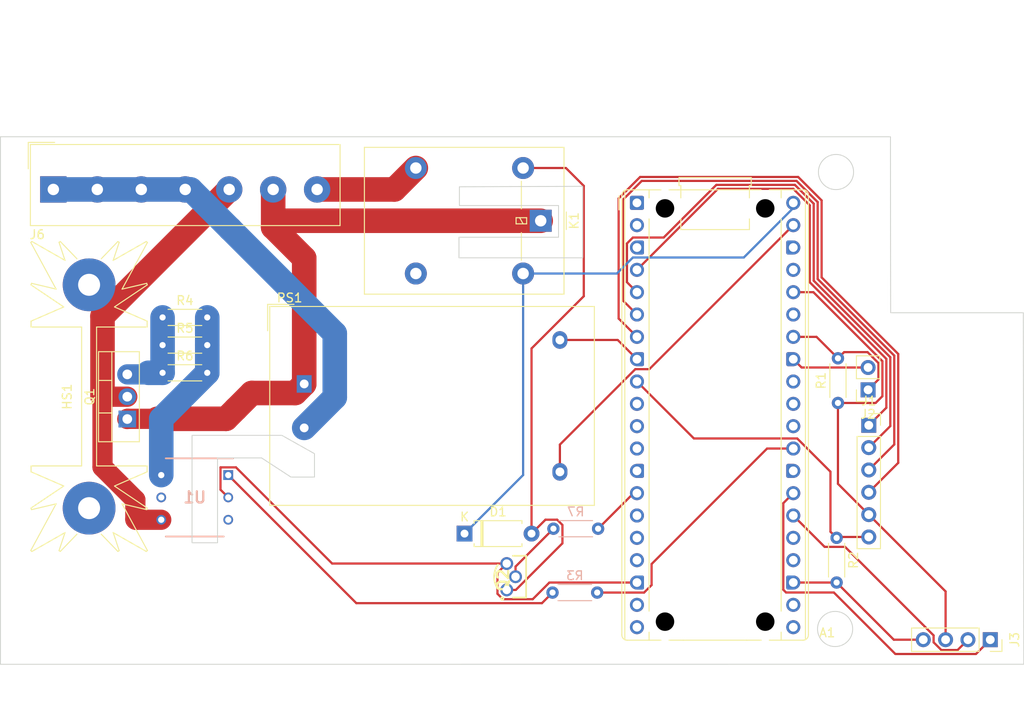
<source format=kicad_pcb>
(kicad_pcb (version 20240108) (generator "pcbnew") (generator_version "8.0")
  (layers (0 "F.Cu" signal) (31 "B.Cu" signal) (34 "B.Paste" user) (35 "F.Paste" user) (36 "B.SilkS" user "B.Silkscreen") (37 "F.SilkS" user "F.Silkscreen") (38 "B.Mask" user) (39 "F.Mask" user) (44 "Edge.Cuts" user))
  (net 0 "")
  (net 1 "+3.3V")
  (net 2 "GND")
  (net 3 "GPIO4")
  (net 4 "GPIO6")
  (net 5 "GPIO2")
  (net 6 "GPIO3")
  (net 7 "GPIO28")
  (net 8 "GNDA")
  (net 9 "GPIO20")
  (net 10 "GPIO21")
  (net 11 "GPIO22")
  (net 13 "GPIO5")
  (net 24 "VBUS")
  (net 33 "GPIO10")
  (net 34 "Net-(D1-A)")
  (net 35 "LINE")
  (net 36 "+5V")
  (net 37 "HEATER")
  (net 39 "NEUT")
  (net 40 "AC DIMMER")
  (net 41 "Net-(Q1-G)")
  (net 42 "Net-(Q2-B)")
  (net 43 "Net-(R3-Pad2)")
  (net 44 "Net-(R4-Pad2)")
  (footprint "Heatsink:Heatsink_Fischer_SK104-STC-STIC_35x13mm_2xDrill2.5mm" (layer "F.Cu") (at 132.8166 82.829 90)
    (property "Reference" "HS1" (at -0.025 -2.5 90) (layer "F.SilkS"))
    (property "Value" "Heatsink_Pad_2Pin")
    (fp_line (start 17.51 -6.63) (end 17.63 -6.51) (stroke (width 0.12)) (layer "F.SilkS"))
    (fp_line (start -17.51 -6.63) (end -17.63 -6.51) (stroke (width 0.12)) (layer "F.SilkS"))
    (fp_line (start 12.69 -6.61) (end 12.87 -6.55) (stroke (width 0.12)) (layer "F.SilkS"))
    (fp_line (start -12.69 -6.61) (end -12.87 -6.55) (stroke (width 0.12)) (layer "F.SilkS"))
    (fp_line (start 8.57 -6.6) (end 10.18 -2.89) (stroke (width 0.12)) (layer "F.SilkS"))
    (fp_line (start 7.9 -6.6) (end 8.57 -6.6) (stroke (width 0.12)) (layer "F.SilkS"))
    (fp_line (start -7.9 -6.6) (end -8.57 -6.6) (stroke (width 0.12)) (layer "F.SilkS"))
    (fp_line (start -8.57 -6.6) (end -10.18 -2.89) (stroke (width 0.12)) (layer "F.SilkS"))
    (fp_line (start 12.87 -6.55) (end 12.21 -3.75) (stroke (width 0.12)) (layer "F.SilkS"))
    (fp_line (start -12.87 -6.55) (end -12.21 -3.75) (stroke (width 0.12)) (layer "F.SilkS"))
    (fp_line (start 17.63 -6.51) (end 15.48 -2.74) (stroke (width 0.12)) (layer "F.SilkS"))
    (fp_line (start -17.63 -6.51) (end -15.48 -2.74) (stroke (width 0.12)) (layer "F.SilkS"))
    (fp_line (start 12.21 -3.75) (end 17.51 -6.63) (stroke (width 0.12)) (layer "F.SilkS"))
    (fp_line (start -12.21 -3.75) (end -17.51 -6.63) (stroke (width 0.12)) (layer "F.SilkS"))
    (fp_line (start 17.53 -3.42) (end 17.62 -3.27) (stroke (width 0.12)) (layer "F.SilkS"))
    (fp_line (start -17.53 -3.42) (end -17.62 -3.27) (stroke (width 0.12)) (layer "F.SilkS"))
    (fp_line (start 17.62 -3.27) (end 15.66 -1.38) (stroke (width 0.12)) (layer "F.SilkS"))
    (fp_line (start -17.62 -3.27) (end -15.66 -1.38) (stroke (width 0.12)) (layer "F.SilkS"))
    (fp_line (start 10.19 -2.89) (end 12.69 -6.61) (stroke (width 0.12)) (layer "F.SilkS"))
    (fp_line (start -10.19 -2.89) (end -12.69 -6.61) (stroke (width 0.12)) (layer "F.SilkS"))
    (fp_line (start 15.48 -2.74) (end 17.53 -3.42) (stroke (width 0.12)) (layer "F.SilkS"))
    (fp_line (start -15.48 -2.74) (end -17.53 -3.42) (stroke (width 0.12)) (layer "F.SilkS"))
    (fp_line (start 7.9 -0.85) (end 7.9 -6.6) (stroke (width 0.12)) (layer "F.SilkS"))
    (fp_line (start 0 -0.85) (end 7.9 -0.85) (stroke (width 0.12)) (layer "F.SilkS"))
    (fp_line (start 0 -0.85) (end -7.9 -0.85) (stroke (width 0.12)) (layer "F.SilkS"))
    (fp_line (start -7.9 -0.85) (end -7.9 -6.6) (stroke (width 0.12)) (layer "F.SilkS"))
    (fp_line (start 7.9 0.85) (end 7.9 6.6) (stroke (width 0.12)) (layer "F.SilkS"))
    (fp_line (start 0 0.85) (end 7.9 0.85) (stroke (width 0.12)) (layer "F.SilkS"))
    (fp_line (start 0 0.85) (end -7.9 0.85) (stroke (width 0.12)) (layer "F.SilkS"))
    (fp_line (start -7.9 0.85) (end -7.9 6.6) (stroke (width 0.12)) (layer "F.SilkS"))
    (fp_line (start 15.48 2.74) (end 17.53 3.42) (stroke (width 0.12)) (layer "F.SilkS"))
    (fp_line (start -15.48 2.74) (end -17.53 3.42) (stroke (width 0.12)) (layer "F.SilkS"))
    (fp_line (start 10.19 2.89) (end 12.69 6.61) (stroke (width 0.12)) (layer "F.SilkS"))
    (fp_line (start -10.19 2.89) (end -12.69 6.61) (stroke (width 0.12)) (layer "F.SilkS"))
    (fp_line (start 17.62 3.27) (end 15.66 1.38) (stroke (width 0.12)) (layer "F.SilkS"))
    (fp_line (start -17.62 3.27) (end -15.66 1.38) (stroke (width 0.12)) (layer "F.SilkS"))
    (fp_line (start 17.53 3.42) (end 17.62 3.27) (stroke (width 0.12)) (layer "F.SilkS"))
    (fp_line (start -17.53 3.42) (end -17.62 3.27) (stroke (width 0.12)) (layer "F.SilkS"))
    (fp_line (start 12.21 3.75) (end 17.51 6.63) (stroke (width 0.12)) (layer "F.SilkS"))
    (fp_line (start -12.21 3.75) (end -17.51 6.63) (stroke (width 0.12)) (layer "F.SilkS"))
    (fp_line (start 17.63 6.51) (end 15.48 2.74) (stroke (width 0.12)) (layer "F.SilkS"))
    (fp_line (start -17.63 6.51) (end -15.48 2.74) (stroke (width 0.12)) (layer "F.SilkS"))
    (fp_line (start 12.87 6.55) (end 12.21 3.75) (stroke (width 0.12)) (layer "F.SilkS"))
    (fp_line (start -12.87 6.55) (end -12.21 3.75) (stroke (width 0.12)) (layer "F.SilkS"))
    (fp_line (start 8.57 6.6) (end 10.18 2.89) (stroke (width 0.12)) (layer "F.SilkS"))
    (fp_line (start 7.9 6.6) (end 8.57 6.6) (stroke (width 0.12)) (layer "F.SilkS"))
    (fp_line (start -7.9 6.6) (end -8.57 6.6) (stroke (width 0.12)) (layer "F.SilkS"))
    (fp_line (start -8.57 6.6) (end -10.18 2.89) (stroke (width 0.12)) (layer "F.SilkS"))
    (fp_line (start 12.69 6.61) (end 12.87 6.55) (stroke (width 0.12)) (layer "F.SilkS"))
    (fp_line (start -12.69 6.61) (end -12.87 6.55) (stroke (width 0.12)) (layer "F.SilkS"))
    (fp_line (start 17.51 6.63) (end 17.63 6.51) (stroke (width 0.12)) (layer "F.SilkS"))
    (fp_line (start -17.51 6.63) (end -17.63 6.51) (stroke (width 0.12)) (layer "F.SilkS"))
    (pad "1" thru_hole circle (at -12.7 0 270) (size 6 6) (drill 2.5) (layers "*.Cu" "*.Mask") (net 37 "HEATER"))
    (pad "1" thru_hole circle (at 12.7 0 90) (size 6 6) (drill 2.5) (layers "*.Cu" "*.Mask") (net 37 "HEATER"))
  )
  (footprint "SamacSys_Parts:3-LEADTO-92BULK" (layer "F.Cu") (at 182.5146 103.3286 90)
    (property "Reference" "Q2" (at -0.385 -2.621 90) (layer "F.SilkS") (effects (font (size 1.27 1.27) (thickness 0.254))))
    (property "Value" "NPN" (hide yes))
    (fp_line (start -2.38 -1.5) (end -2.38 0) (stroke (width 0.2)) (layer "F.SilkS"))
    (fp_line (start 2.38 0) (end 2.38 -1.5) (stroke (width 0.2)) (layer "F.SilkS"))
    (fp_line (start -2.38 0) (end 2.38 0) (stroke (width 0.2)) (layer "F.SilkS"))
    (fp_arc (start -1.36912 -3.2) (mid -0.00089 -3.629992) (end 1.36766 -3.201017) (stroke (width 0.2)) (layer "F.SilkS"))
    (fp_circle (center -2.49 -2.712) (end -2.49 -2.671) (stroke (width 0.2)) (fill none) (layer "F.SilkS"))
    (pad "1" thru_hole circle (at -1.5 -2.2 90) (size 1.46 1.46) (drill 0.96) (layers "*.Cu" "*.Mask") (net 34 "Net-(D1-A)"))
    (pad "2" thru_hole circle (at 0 -1.2 90) (size 1.46 1.46) (drill 0.96) (layers "*.Cu" "*.Mask") (net 42 "Net-(Q2-B)"))
    (pad "3" thru_hole circle (at 1.5 -2.2 90) (size 1.46 1.46) (drill 0.96) (layers "*.Cu" "*.Mask") (net 2 "GND"))
  )
  (footprint "Converter_ACDC:Converter_ACDC_Hi-Link_HLK-PMxx" (layer "F.Cu") (at 157.2798 81.4032)
    (property "Reference" "PS1" (at -1.66 -9.79 360) (layer "F.SilkS"))
    (property "Value" "HLK-PM01")
    (fp_line (start -4.16 -9.05) (end -1.16 -9.05) (stroke (width 0.12)) (layer "F.SilkS"))
    (fp_line (start -4.16 -6.05) (end -4.16 -9.05) (stroke (width 0.12)) (layer "F.SilkS"))
    (fp_line (start -3.92 -8.81) (end -3.92 13.81) (stroke (width 0.12)) (layer "F.SilkS"))
    (fp_line (start -3.92 -8.81) (end 33 -8.81) (stroke (width 0.12)) (layer "F.SilkS"))
    (fp_line (start -3.92 13.81) (end 33 13.81) (stroke (width 0.12)) (layer "F.SilkS"))
    (fp_line (start 33 -8.81) (end 33 13.81) (stroke (width 0.12)) (layer "F.SilkS"))
    (pad "1" thru_hole rect (at 0 0) (size 1.7 2) (drill 1) (layers "*.Cu" "*.Mask") (net 35 "LINE"))
    (pad "2" thru_hole oval (at 0 5) (size 1.7 2) (drill 1) (layers "*.Cu" "*.Mask") (net 39 "NEUT"))
    (pad "3" thru_hole oval (at 29.08 -5) (size 1.7 2) (drill 1) (layers "*.Cu" "*.Mask") (net 2 "GND"))
    (pad "4" thru_hole oval (at 29.08 10) (size 1.7 2) (drill 1) (layers "*.Cu" "*.Mask") (net 36 "+5V"))
  )
  (footprint "Resistor_THT:R_Axial_DIN0204_L3.6mm_D1.6mm_P5.08mm_Horizontal" (layer "F.Cu") (at 217.9828 83.566 90)
    (property "Reference" "R1" (at 2.54 -1.92 90) (layer "F.SilkS"))
    (property "Value" "10K")
    (fp_line (start 0.62 -0.92) (end 4.46 -0.92) (stroke (width 0.12)) (layer "F.SilkS"))
    (fp_line (start 0.62 0.92) (end 4.46 0.92) (stroke (width 0.12)) (layer "F.SilkS"))
    (pad "1" thru_hole circle (at 0 0 90) (size 1.4 1.4) (drill 0.7) (layers "*.Cu" "*.Mask") (net 1 "+3.3V"))
    (pad "2" thru_hole oval (at 5.08 0 90) (size 1.4 1.4) (drill 0.7) (layers "*.Cu" "*.Mask") (net 7 "GPIO28"))
  )
  (footprint "Connector_PinSocket_2.54mm:PinSocket_1x02_P2.54mm_Vertical" (layer "F.Cu") (at 221.4122 82.0728 180)
    (property "Reference" "J2" (at 0 -2.77 0) (layer "F.SilkS"))
    (property "Value" "Thermistor connection")
    (fp_line (start 1.33 1.27) (end 1.33 3.87) (stroke (width 0.12)) (layer "F.SilkS"))
    (fp_line (start 1.33 -1.33) (end 1.33 0) (stroke (width 0.12)) (layer "F.SilkS"))
    (fp_line (start 0 -1.33) (end 1.33 -1.33) (stroke (width 0.12)) (layer "F.SilkS"))
    (fp_line (start -1.33 3.87) (end 1.33 3.87) (stroke (width 0.12)) (layer "F.SilkS"))
    (fp_line (start -1.33 1.27) (end 1.33 1.27) (stroke (width 0.12)) (layer "F.SilkS"))
    (fp_line (start -1.33 1.27) (end -1.33 3.87) (stroke (width 0.12)) (layer "F.SilkS"))
    (pad "1" thru_hole rect (at 0 0 180) (size 1.7 1.7) (drill 1) (layers "*.Cu" "*.Mask") (net 7 "GPIO28"))
    (pad "2" thru_hole oval (at 0 2.54 180) (size 1.7 1.7) (drill 1) (layers "*.Cu" "*.Mask") (net 8 "GNDA"))
  )
  (footprint "Resistor_THT:R_Axial_DIN0204_L3.6mm_D1.6mm_P5.08mm_Horizontal" (layer "F.Cu") (at 141.1732 76.987)
    (property "Reference" "R5" (at 2.54 -1.92 0) (layer "F.SilkS"))
    (property "Value" "1K")
    (fp_line (start 0.62 -0.92) (end 4.46 -0.92) (stroke (width 0.12)) (layer "F.SilkS"))
    (fp_line (start 0.62 0.92) (end 4.46 0.92) (stroke (width 0.12)) (layer "F.SilkS"))
    (pad "1" thru_hole circle (at 0 0) (size 1.4 1.4) (drill 0.7) (layers "*.Cu" "*.Mask") (net 41 "Net-(Q1-G)"))
    (pad "2" thru_hole oval (at 5.08 0) (size 1.4 1.4) (drill 0.7) (layers "*.Cu" "*.Mask") (net 44 "Net-(R4-Pad2)"))
  )
  (footprint "TerminalBlock_Altech:Altech_AK100_1x07_P5.00mm" (layer "F.Cu") (at 128.75 59.2836)
    (property "Reference" "J6" (at -1.8262 5.1308 0) (layer "F.SilkS"))
    (property "Value" "Screw_Terminal_01x07")
    (fp_line (start -2.85 -5.35) (end 0.15 -5.35) (stroke (width 0.12)) (layer "F.SilkS"))
    (fp_line (start -2.85 -2.35) (end -2.85 -5.35) (stroke (width 0.12)) (layer "F.SilkS"))
    (fp_line (start -2.61 -5.11) (end -2.61 4.11) (stroke (width 0.12)) (layer "F.SilkS"))
    (fp_line (start -2.61 -5.11) (end 32.61 -5.11) (stroke (width 0.12)) (layer "F.SilkS"))
    (fp_line (start -2.61 4.11) (end 32.61 4.11) (stroke (width 0.12)) (layer "F.SilkS"))
    (fp_line (start 32.61 -5.11) (end 32.61 4.11) (stroke (width 0.12)) (layer "F.SilkS"))
    (pad "1" thru_hole rect (at 0 0) (size 3 3) (drill 1.3) (layers "*.Cu" "*.Mask") (net 39 "NEUT"))
    (pad "2" thru_hole circle (at 5 0) (size 3 3) (drill 1.3) (layers "*.Cu" "*.Mask") (net 39 "NEUT"))
    (pad "3" thru_hole circle (at 10 0) (size 3 3) (drill 1.3) (layers "*.Cu" "*.Mask") (net 39 "NEUT"))
    (pad "4" thru_hole circle (at 15 0) (size 3 3) (drill 1.3) (layers "*.Cu" "*.Mask") (net 39 "NEUT"))
    (pad "5" thru_hole circle (at 20 0) (size 3 3) (drill 1.3) (layers "*.Cu" "*.Mask") (net 37 "HEATER"))
    (pad "6" thru_hole circle (at 25 0) (size 3 3) (drill 1.3) (layers "*.Cu" "*.Mask") (net 35 "LINE"))
    (pad "7" thru_hole circle (at 30 0) (size 3 3) (drill 1.3) (layers "*.Cu" "*.Mask") (net 40 "AC DIMMER"))
  )
  (footprint "Resistor_THT:R_Axial_DIN0204_L3.6mm_D1.6mm_P5.08mm_Horizontal" (layer "F.Cu") (at 217.8304 98.9076 -90)
    (property "Reference" "R2" (at 2.54 -1.92 90) (layer "F.SilkS"))
    (property "Value" "1K")
    (fp_line (start 0.62 0.92) (end 4.46 0.92) (stroke (width 0.12)) (layer "F.SilkS"))
    (fp_line (start 0.62 -0.92) (end 4.46 -0.92) (stroke (width 0.12)) (layer "F.SilkS"))
    (pad "1" thru_hole circle (at 0 0 270) (size 1.4 1.4) (drill 0.7) (layers "*.Cu" "*.Mask") (net 4 "GPIO6"))
    (pad "2" thru_hole oval (at 5.08 0 270) (size 1.4 1.4) (drill 0.7) (layers "*.Cu" "*.Mask") (net 2 "GND"))
  )
  (footprint "Connector_PinSocket_2.54mm:PinSocket_1x04_P2.54mm_Vertical" (layer "F.Cu") (at 235.3056 110.49 -90)
    (property "Reference" "J3" (at 0 -2.77 90) (layer "F.SilkS"))
    (property "Value" "AC Dimmer connection")
    (fp_line (start -1.33 8.95) (end 1.33 8.95) (stroke (width 0.12)) (layer "F.SilkS"))
    (fp_line (start -1.33 1.27) (end -1.33 8.95) (stroke (width 0.12)) (layer "F.SilkS"))
    (fp_line (start -1.33 1.27) (end 1.33 1.27) (stroke (width 0.12)) (layer "F.SilkS"))
    (fp_line (start 1.33 1.27) (end 1.33 8.95) (stroke (width 0.12)) (layer "F.SilkS"))
    (fp_line (start 0 -1.33) (end 1.33 -1.33) (stroke (width 0.12)) (layer "F.SilkS"))
    (fp_line (start 1.33 -1.33) (end 1.33 0) (stroke (width 0.12)) (layer "F.SilkS"))
    (pad "1" thru_hole rect (at 0 0 270) (size 1.7 1.7) (drill 1) (layers "*.Cu" "*.Mask") (net 10 "GPIO21"))
    (pad "2" thru_hole oval (at 0 2.54 270) (size 1.7 1.7) (drill 1) (layers "*.Cu" "*.Mask") (net 9 "GPIO20"))
    (pad "3" thru_hole oval (at 0 5.08 270) (size 1.7 1.7) (drill 1) (layers "*.Cu" "*.Mask") (net 1 "+3.3V"))
    (pad "4" thru_hole oval (at 0 7.62 270) (size 1.7 1.7) (drill 1) (layers "*.Cu" "*.Mask") (net 2 "GND"))
  )
  (footprint "Connector_PinSocket_2.54mm:PinSocket_1x06_P2.54mm_Vertical" (layer "F.Cu") (at 221.488 86.106)
    (property "Reference" "J1" (at 0 -2.77 0) (layer "F.SilkS"))
    (property "Value" "Dedica Buttons connection")
    (fp_line (start -1.33 1.27) (end -1.33 14.03) (stroke (width 0.12)) (layer "F.SilkS"))
    (fp_line (start -1.33 1.27) (end 1.33 1.27) (stroke (width 0.12)) (layer "F.SilkS"))
    (fp_line (start -1.33 14.03) (end 1.33 14.03) (stroke (width 0.12)) (layer "F.SilkS"))
    (fp_line (start 0 -1.33) (end 1.33 -1.33) (stroke (width 0.12)) (layer "F.SilkS"))
    (fp_line (start 1.33 -1.33) (end 1.33 0) (stroke (width 0.12)) (layer "F.SilkS"))
    (fp_line (start 1.33 1.27) (end 1.33 14.03) (stroke (width 0.12)) (layer "F.SilkS"))
    (pad "1" thru_hole rect (at 0 0) (size 1.7 1.7) (drill 1) (layers "*.Cu" "*.Mask") (net 5 "GPIO2"))
    (pad "2" thru_hole oval (at 0 2.54) (size 1.7 1.7) (drill 1) (layers "*.Cu" "*.Mask") (net 6 "GPIO3"))
    (pad "3" thru_hole oval (at 0 5.08) (size 1.7 1.7) (drill 1) (layers "*.Cu" "*.Mask") (net 3 "GPIO4"))
    (pad "4" thru_hole oval (at 0 7.62) (size 1.7 1.7) (drill 1) (layers "*.Cu" "*.Mask") (net 13 "GPIO5"))
    (pad "5" thru_hole oval (at 0 10.16) (size 1.7 1.7) (drill 1) (layers "*.Cu" "*.Mask") (net 1 "+3.3V"))
    (pad "6" thru_hole oval (at 0 12.7) (size 1.7 1.7) (drill 1) (layers "*.Cu" "*.Mask") (net 4 "GPIO6"))
  )
  (footprint "Module_RaspberryPi_Pico:RaspberryPi_Pico_Common_THT_MountingHoles" (layer "F.Cu") (at 204.0128 84.9376)
    (property "Reference" "A1" (at 11.7475 24.765 0) (layer "F.SilkS") (effects (justify left)))
    (property "Value" "RaspberryPi_Pico")
    (fp_line (start -10.93 -23.33) (end -10.93 -24.93) (stroke (width 0.12)) (layer "F.SilkS"))
    (fp_line (start -10.61 -25) (end -10.61 25) (stroke (width 0.12)) (layer "F.SilkS"))
    (fp_line (start -10.27 -25.547) (end -10.27 25.547) (stroke (width 0.12)) (layer "F.SilkS"))
    (fp_line (start -10 -25.61) (end -7.51 -25.61) (stroke (width 0.12)) (layer "F.SilkS"))
    (fp_line (start -10 25.61) (end -6.162061 25.61) (stroke (width 0.12)) (layer "F.SilkS"))
    (fp_line (start -7.51 -25.61) (end -7.51 -24.69648) (stroke (width 0.12)) (layer "F.SilkS"))
    (fp_line (start -7.51 -25.61) (end -6.16206 -25.61) (stroke (width 0.12)) (layer "F.SilkS"))
    (fp_line (start -7.51 -22.30352) (end -7.51 22.30352) (stroke (width 0.12)) (layer "F.SilkS"))
    (fp_line (start -7.51 24.69648) (end -7.51 25.61) (stroke (width 0.12)) (layer "F.SilkS"))
    (fp_line (start -5.237939 -25.61) (end -4.235 -25.61) (stroke (width 0.12)) (layer "F.SilkS"))
    (fp_line (start -4.235 -25.61) (end 4.235 -25.61) (stroke (width 0.12)) (layer "F.SilkS"))
    (fp_line (start -4.11 -27.01) (end -4.11 -26.09) (stroke (width 0.12)) (layer "F.SilkS"))
    (fp_line (start -4.11 -27.01) (end 4.11 -27.01) (stroke (width 0.12)) (layer "F.SilkS"))
    (fp_line (start -4.11 -26.09) (end -3.9 -26.09) (stroke (width 0.12)) (layer "F.SilkS"))
    (fp_line (start -3.9 -26.09) (end -3.9 -24.694) (stroke (width 0.12)) (layer "F.SilkS"))
    (fp_line (start -3.9 -22.306) (end -3.9 -21.09) (stroke (width 0.12)) (layer "F.SilkS"))
    (fp_line (start -3.6 25.61) (end -5.237939 25.61) (stroke (width 0.12)) (layer "F.SilkS"))
    (fp_line (start 3.6 25.61) (end -3.6 25.61) (stroke (width 0.12)) (layer "F.SilkS"))
    (fp_line (start 3.9 -26.09) (end 3.9 -24.694) (stroke (width 0.12)) (layer "F.SilkS"))
    (fp_line (start 3.9 -22.306) (end 3.9 -21.09) (stroke (width 0.12)) (layer "F.SilkS"))
    (fp_line (start 3.9 -21.09) (end -3.9 -21.09) (stroke (width 0.12)) (layer "F.SilkS"))
    (fp_line (start 4.11 -27.01) (end 4.11 -26.09) (stroke (width 0.12)) (layer "F.SilkS"))
    (fp_line (start 4.11 -26.09) (end 3.9 -26.09) (stroke (width 0.12)) (layer "F.SilkS"))
    (fp_line (start 4.235 -25.61) (end 5.237939 -25.61) (stroke (width 0.12)) (layer "F.SilkS"))
    (fp_line (start 5.237939 25.61) (end 3.6 25.61) (stroke (width 0.12)) (layer "F.SilkS"))
    (fp_line (start 6.162061 -25.61) (end 7.51 -25.61) (stroke (width 0.12)) (layer "F.SilkS"))
    (fp_line (start 6.162061 25.61) (end 10 25.61) (stroke (width 0.12)) (layer "F.SilkS"))
    (fp_line (start 7.51 -25.61) (end 7.51 -24.69648) (stroke (width 0.12)) (layer "F.SilkS"))
    (fp_line (start 7.51 -22.30352) (end 7.51 22.30352) (stroke (width 0.12)) (layer "F.SilkS"))
    (fp_line (start 7.51 24.69648) (end 7.51 25.61) (stroke (width 0.12)) (layer "F.SilkS"))
    (fp_line (start 10 -25.61) (end 7.51 -25.61) (stroke (width 0.12)) (layer "F.SilkS"))
    (fp_line (start 10.27 25.547) (end 10.27 -25.547) (stroke (width 0.12)) (layer "F.SilkS"))
    (fp_line (start 10.61 -25) (end 10.61 25) (stroke (width 0.12)) (layer "F.SilkS"))
    (fp_arc (start -10.61 -25) (mid -10.431335 -25.431335) (end -10 -25.61) (stroke (width 0.12)) (layer "F.SilkS"))
    (fp_arc (start -10 25.61) (mid -10.431364 25.431364) (end -10.61 25) (stroke (width 0.12)) (layer "F.SilkS"))
    (fp_arc (start 10 -25.61) (mid 10.431335 -25.431335) (end 10.61 -25) (stroke (width 0.12)) (layer "F.SilkS"))
    (fp_arc (start 10.61 25) (mid 10.431335 25.431335) (end 10 25.61) (stroke (width 0.12)) (layer "F.SilkS"))
    (pad "" np_thru_hole circle (at -5.7 -23.5) (size 3.8 3.8) (drill 2.1) (layers "*.Mask") (clearance 1.05))
    (pad "" np_thru_hole circle (at -5.7 23.5) (size 3.8 3.8) (drill 2.1) (layers "*.Mask") (clearance 1.05))
    (pad "" np_thru_hole circle (at 5.7 -23.5) (size 3.8 3.8) (drill 2.1) (layers "*.Mask") (clearance 1.05))
    (pad "" np_thru_hole circle (at 5.7 23.5) (size 3.8 3.8) (drill 2.1) (layers "*.Mask") (clearance 1.05))
    (pad "1" thru_hole roundrect (at -8.89 -24.13) (size 1.6 1.6) (drill 1) (layers "*.Cu" "*.Mask") (roundrect_rratio 0.125))
    (pad "2" thru_hole circle (at -8.89 -21.59) (size 1.6 1.6) (drill 1) (layers "*.Cu" "*.Mask"))
    (pad "3" thru_hole custom (at -8.89 -19.05) (size 1.6 1.6) (drill 1) (layers "*.Cu" "*.Mask") (net 2 "GND") (options (clearance outline) (anchor circle)) (primitives (gr_poly (pts (xy 0.8 0.6) (xy 0.8 -0.6) (xy 0.6 -0.8) (xy 0 -0.8) (xy 0 0.8) (xy 0.6 0.8)) (width 0) (fill yes)) (gr_circle (center 0.6 0.6) (end 0.8 0.6) (width 0) (fill yes)) (gr_circle (center 0.6 -0.6) (end 0.8 -0.6) (width 0) (fill yes))))
    (pad "4" thru_hole circle (at -8.89 -16.51) (size 1.6 1.6) (drill 1) (layers "*.Cu" "*.Mask") (net 5 "GPIO2"))
    (pad "5" thru_hole circle (at -8.89 -13.97) (size 1.6 1.6) (drill 1) (layers "*.Cu" "*.Mask") (net 6 "GPIO3"))
    (pad "6" thru_hole circle (at -8.89 -11.43) (size 1.6 1.6) (drill 1) (layers "*.Cu" "*.Mask") (net 3 "GPIO4"))
    (pad "7" thru_hole circle (at -8.89 -8.89) (size 1.6 1.6) (drill 1) (layers "*.Cu" "*.Mask") (net 13 "GPIO5"))
    (pad "8" thru_hole custom (at -8.89 -6.35) (size 1.6 1.6) (drill 1) (layers "*.Cu" "*.Mask") (net 2 "GND") (options (clearance outline) (anchor circle)) (primitives (gr_poly (pts (xy 0.8 0.6) (xy 0.8 -0.6) (xy 0.6 -0.8) (xy 0 -0.8) (xy 0 0.8) (xy 0.6 0.8)) (width 0) (fill yes)) (gr_circle (center 0.6 0.6) (end 0.8 0.6) (width 0) (fill yes)) (gr_circle (center 0.6 -0.6) (end 0.8 -0.6) (width 0) (fill yes))))
    (pad "9" thru_hole circle (at -8.89 -3.81) (size 1.6 1.6) (drill 1) (layers "*.Cu" "*.Mask") (net 4 "GPIO6"))
    (pad "10" thru_hole circle (at -8.89 -1.27) (size 1.6 1.6) (drill 1) (layers "*.Cu" "*.Mask"))
    (pad "11" thru_hole circle (at -8.89 1.27) (size 1.6 1.6) (drill 1) (layers "*.Cu" "*.Mask"))
    (pad "12" thru_hole circle (at -8.89 3.81) (size 1.6 1.6) (drill 1) (layers "*.Cu" "*.Mask"))
    (pad "13" thru_hole custom (at -8.89 6.35) (size 1.6 1.6) (drill 1) (layers "*.Cu" "*.Mask") (net 2 "GND") (options (clearance outline) (anchor circle)) (primitives (gr_poly (pts (xy 0.8 0.6) (xy 0.8 -0.6) (xy 0.6 -0.8) (xy 0 -0.8) (xy 0 0.8) (xy 0.6 0.8)) (width 0) (fill yes)) (gr_circle (center 0.6 0.6) (end 0.8 0.6) (width 0) (fill yes)) (gr_circle (center 0.6 -0.6) (end 0.8 -0.6) (width 0) (fill yes))))
    (pad "14" thru_hole circle (at -8.89 8.89) (size 1.6 1.6) (drill 1) (layers "*.Cu" "*.Mask") (net 33 "GPIO10"))
    (pad "15" thru_hole circle (at -8.89 11.43) (size 1.6 1.6) (drill 1) (layers "*.Cu" "*.Mask"))
    (pad "16" thru_hole circle (at -8.89 13.97) (size 1.6 1.6) (drill 1) (layers "*.Cu" "*.Mask"))
    (pad "17" thru_hole circle (at -8.89 16.51) (size 1.6 1.6) (drill 1) (layers "*.Cu" "*.Mask"))
    (pad "18" thru_hole custom (at -8.89 19.05) (size 1.6 1.6) (drill 1) (layers "*.Cu" "*.Mask") (net 2 "GND") (options (clearance outline) (anchor circle)) (primitives (gr_poly (pts (xy 0.8 0.6) (xy 0.8 -0.6) (xy 0.6 -0.8) (xy 0 -0.8) (xy 0 0.8) (xy 0.6 0.8)) (width 0) (fill yes)) (gr_circle (center 0.6 0.6) (end 0.8 0.6) (width 0) (fill yes)) (gr_circle (center 0.6 -0.6) (end 0.8 -0.6) (width 0) (fill yes))))
    (pad "19" thru_hole circle (at -8.89 21.59) (size 1.6 1.6) (drill 1) (layers "*.Cu" "*.Mask"))
    (pad "20" thru_hole circle (at -8.89 24.13) (size 1.6 1.6) (drill 1) (layers "*.Cu" "*.Mask"))
    (pad "21" thru_hole circle (at 8.89 24.13) (size 1.6 1.6) (drill 1) (layers "*.Cu" "*.Mask"))
    (pad "22" thru_hole circle (at 8.89 21.59) (size 1.6 1.6) (drill 1) (layers "*.Cu" "*.Mask"))
    (pad "23" thru_hole custom (at 8.89 19.05) (size 1.6 1.6) (drill 1) (layers "*.Cu" "*.Mask") (net 2 "GND") (options (clearance outline) (anchor circle)) (primitives (gr_poly (pts (xy -0.8 0.6) (xy -0.8 -0.6) (xy -0.6 -0.8) (xy 0 -0.8) (xy 0 0.8) (xy -0.6 0.8)) (width 0) (fill yes)) (gr_circle (center -0.6 0.6) (end -0.4 0.6) (width 0) (fill yes)) (gr_circle (center -0.6 -0.6) (end -0.4 -0.6) (width 0) (fill yes))))
    (pad "24" thru_hole circle (at 8.89 16.51) (size 1.6 1.6) (drill 1) (layers "*.Cu" "*.Mask"))
    (pad "25" thru_hole circle (at 8.89 13.97) (size 1.6 1.6) (drill 1) (layers "*.Cu" "*.Mask"))
    (pad "26" thru_hole circle (at 8.89 11.43) (size 1.6 1.6) (drill 1) (layers "*.Cu" "*.Mask") (net 9 "GPIO20"))
    (pad "27" thru_hole circle (at 8.89 8.89) (size 1.6 1.6) (drill 1) (layers "*.Cu" "*.Mask") (net 10 "GPIO21"))
    (pad "28" thru_hole custom (at 8.89 6.35) (size 1.6 1.6) (drill 1) (layers "*.Cu" "*.Mask") (net 2 "GND") (options (clearance outline) (anchor circle)) (primitives (gr_poly (pts (xy -0.8 0.6) (xy -0.8 -0.6) (xy -0.6 -0.8) (xy 0 -0.8) (xy 0 0.8) (xy -0.6 0.8)) (width 0) (fill yes)) (gr_circle (center -0.6 0.6) (end -0.4 0.6) (width 0) (fill yes)) (gr_circle (center -0.6 -0.6) (end -0.4 -0.6) (width 0) (fill yes))))
    (pad "29" thru_hole circle (at 8.89 3.81) (size 1.6 1.6) (drill 1) (layers "*.Cu" "*.Mask") (net 11 "GPIO22"))
    (pad "30" thru_hole circle (at 8.89 1.27) (size 1.6 1.6) (drill 1) (layers "*.Cu" "*.Mask"))
    (pad "31" thru_hole circle (at 8.89 -1.27) (size 1.6 1.6) (drill 1) (layers "*.Cu" "*.Mask"))
    (pad "32" thru_hole circle (at 8.89 -3.81) (size 1.6 1.6) (drill 1) (layers "*.Cu" "*.Mask"))
    (pad "33" thru_hole custom (at 8.89 -6.35) (size 1.6 1.6) (drill 1) (layers "*.Cu" "*.Mask") (net 8 "GNDA") (options (clearance outline) (anchor circle)) (primitives (gr_poly (pts (xy -0.8 0.6) (xy -0.8 -0.6) (xy -0.6 -0.8) (xy 0 -0.8) (xy 0 0.8) (xy -0.6 0.8)) (width 0) (fill yes)) (gr_circle (center -0.6 0.6) (end -0.4 0.6) (width 0) (fill yes)) (gr_circle (center -0.6 -0.6) (end -0.4 -0.6) (width 0) (fill yes))))
    (pad "34" thru_hole circle (at 8.89 -8.89) (size 1.6 1.6) (drill 1) (layers "*.Cu" "*.Mask") (net 7 "GPIO28"))
    (pad "35" thru_hole circle (at 8.89 -11.43) (size 1.6 1.6) (drill 1) (layers "*.Cu" "*.Mask"))
    (pad "36" thru_hole circle (at 8.89 -13.97) (size 1.6 1.6) (drill 1) (layers "*.Cu" "*.Mask") (net 1 "+3.3V"))
    (pad "37" thru_hole circle (at 8.89 -16.51) (size 1.6 1.6) (drill 1) (layers "*.Cu" "*.Mask"))
    (pad "38" thru_hole custom (at 8.89 -19.05) (size 1.6 1.6) (drill 1) (layers "*.Cu" "*.Mask") (net 2 "GND") (options (clearance outline) (anchor circle)) (primitives (gr_poly (pts (xy -0.8 0.6) (xy -0.8 -0.6) (xy -0.6 -0.8) (xy 0 -0.8) (xy 0 0.8) (xy -0.6 0.8)) (width 0) (fill yes)) (gr_circle (center -0.6 0.6) (end -0.4 0.6) (width 0) (fill yes)) (gr_circle (center -0.6 -0.6) (end -0.4 -0.6) (width 0) (fill yes))))
    (pad "39" thru_hole circle (at 8.89 -21.59) (size 1.6 1.6) (drill 1) (layers "*.Cu" "*.Mask") (net 36 "+5V"))
    (pad "40" thru_hole circle (at 8.89 -24.13) (size 1.6 1.6) (drill 1) (layers "*.Cu" "*.Mask") (net 24 "VBUS"))
  )
  (footprint "Diode_THT:D_A-405_P7.62mm_Horizontal" (layer "F.Cu") (at 175.514 98.425)
    (property "Reference" "D1" (at 3.81 -2.47 0) (layer "F.SilkS"))
    (property "Value" "D")
    (fp_line (start 1.09 -1.47) (end 6.53 -1.47) (stroke (width 0.12)) (layer "F.SilkS"))
    (fp_line (start 1.09 -1.14) (end 1.09 -1.47) (stroke (width 0.12)) (layer "F.SilkS"))
    (fp_line (start 1.09 1.14) (end 1.09 1.47) (stroke (width 0.12)) (layer "F.SilkS"))
    (fp_line (start 1.09 1.47) (end 6.53 1.47) (stroke (width 0.12)) (layer "F.SilkS"))
    (fp_line (start 1.87 -1.47) (end 1.87 1.47) (stroke (width 0.12)) (layer "F.SilkS"))
    (fp_line (start 1.99 -1.47) (end 1.99 1.47) (stroke (width 0.12)) (layer "F.SilkS"))
    (fp_line (start 2.11 -1.47) (end 2.11 1.47) (stroke (width 0.12)) (layer "F.SilkS"))
    (fp_line (start 6.53 -1.47) (end 6.53 -1.14) (stroke (width 0.12)) (layer "F.SilkS"))
    (fp_line (start 6.53 1.47) (end 6.53 1.14) (stroke (width 0.12)) (layer "F.SilkS"))
    (fp_text user "K" (at 0 -1.9 0) (layer "F.SilkS"))
    (pad "1" thru_hole rect (at 0 0) (size 1.8 1.8) (drill 0.9) (layers "*.Cu" "*.Mask") (net 24 "VBUS"))
    (pad "2" thru_hole oval (at 7.62 0) (size 1.8 1.8) (drill 0.9) (layers "*.Cu" "*.Mask") (net 34 "Net-(D1-A)"))
  )
  (footprint "Relay_THT:Relay_SPDT_Omron-G5LE-1" (layer "F.Cu") (at 184.1768 62.8452 -90)
    (property "Reference" "K1" (at 0 -3.8 90) (layer "F.SilkS"))
    (property "Value" "G5LE-1")
    (fp_line (start -8.35 20.05) (end 8.35 20.05) (stroke (width 0.12)) (layer "F.SilkS"))
    (fp_line (start 8.35 20.05) (end 8.35 -2.65) (stroke (width 0.12)) (layer "F.SilkS"))
    (fp_line (start -0.35 2.8) (end 0.35 2.8) (stroke (width 0.12)) (layer "F.SilkS"))
    (fp_line (start 0.35 2.8) (end 0.35 1.6) (stroke (width 0.12)) (layer "F.SilkS"))
    (fp_line (start -0.35 2.4) (end 0.35 2) (stroke (width 0.12)) (layer "F.SilkS"))
    (fp_line (start -4.5 2.2) (end -1.35 2.2) (stroke (width 0.12)) (layer "F.SilkS"))
    (fp_line (start 1.35 2.2) (end 4.5 2.2) (stroke (width 0.12)) (layer "F.SilkS"))
    (fp_line (start -0.35 1.6) (end -0.35 2.8) (stroke (width 0.12)) (layer "F.SilkS"))
    (fp_line (start 0.35 1.6) (end -0.35 1.6) (stroke (width 0.12)) (layer "F.SilkS"))
    (fp_line (start -8.35 -2.65) (end -8.35 20.05) (stroke (width 0.12)) (layer "F.SilkS"))
    (fp_line (start 8.35 -2.65) (end -8.35 -2.65) (stroke (width 0.12)) (layer "F.SilkS"))
    (fp_line (start -1 -2.91) (end 1 -2.91) (stroke (width 0.12)) (layer "F.SilkS"))
    (pad "1" thru_hole rect (at 0 0 270) (size 2.5 2.5) (drill 1.3) (layers "*.Cu" "*.Mask") (net 35 "LINE"))
    (pad "2" thru_hole oval (at -6 2 270) (size 2.5 2.5) (drill 1.3) (layers "*.Cu" "*.Mask") (net 34 "Net-(D1-A)"))
    (pad "3" thru_hole oval (at -6 14.2 270) (size 2.5 2.5) (drill 1.3) (layers "*.Cu" "*.Mask") (net 40 "AC DIMMER"))
    (pad "4" thru_hole oval (at 6 14.2 270) (size 2.5 2.5) (drill 1.3) (layers "*.Cu" "*.Mask"))
    (pad "5" thru_hole oval (at 6 2 270) (size 2.5 2.5) (drill 1.3) (layers "*.Cu" "*.Mask") (net 24 "VBUS"))
  )
  (footprint "Resistor_THT:R_Axial_DIN0204_L3.6mm_D1.6mm_P5.08mm_Horizontal" (layer "F.Cu") (at 141.1732 73.837)
    (property "Reference" "R4" (at 2.54 -1.92 0) (layer "F.SilkS"))
    (property "Value" "1K")
    (fp_line (start 0.62 -0.92) (end 4.46 -0.92) (stroke (width 0.12)) (layer "F.SilkS"))
    (fp_line (start 0.62 0.92) (end 4.46 0.92) (stroke (width 0.12)) (layer "F.SilkS"))
    (pad "1" thru_hole circle (at 0 0) (size 1.4 1.4) (drill 0.7) (layers "*.Cu" "*.Mask") (net 41 "Net-(Q1-G)"))
    (pad "2" thru_hole oval (at 5.08 0) (size 1.4 1.4) (drill 0.7) (layers "*.Cu" "*.Mask") (net 44 "Net-(R4-Pad2)"))
  )
  (footprint "Resistor_THT:R_Axial_DIN0204_L3.6mm_D1.6mm_P5.08mm_Horizontal" (layer "F.Cu") (at 141.1732 80.137)
    (property "Reference" "R6" (at 2.54 -1.92 0) (layer "F.SilkS"))
    (property "Value" "1K")
    (fp_line (start 0.62 -0.92) (end 4.46 -0.92) (stroke (width 0.12)) (layer "F.SilkS"))
    (fp_line (start 0.62 0.92) (end 4.46 0.92) (stroke (width 0.12)) (layer "F.SilkS"))
    (pad "1" thru_hole circle (at 0 0) (size 1.4 1.4) (drill 0.7) (layers "*.Cu" "*.Mask") (net 41 "Net-(Q1-G)"))
    (pad "2" thru_hole oval (at 5.08 0) (size 1.4 1.4) (drill 0.7) (layers "*.Cu" "*.Mask") (net 44 "Net-(R4-Pad2)"))
  )
  (footprint "Package_TO_SOT_THT:TO-220-3_Vertical" (layer "F.Cu") (at 137.16 85.3948 90)
    (property "Reference" "Q1" (at 2.54 -4.27 90) (layer "F.SilkS"))
    (property "Value" "BT138-600")
    (fp_line (start 7.66 -3.27) (end 7.66 1.371) (stroke (width 0.12)) (layer "F.SilkS"))
    (fp_line (start 4.391 -3.27) (end 4.391 -1.76) (stroke (width 0.12)) (layer "F.SilkS"))
    (fp_line (start 0.69 -3.27) (end 0.69 -1.76) (stroke (width 0.12)) (layer "F.SilkS"))
    (fp_line (start -2.58 -3.27) (end 7.66 -3.27) (stroke (width 0.12)) (layer "F.SilkS"))
    (fp_line (start -2.58 -3.27) (end -2.58 1.371) (stroke (width 0.12)) (layer "F.SilkS"))
    (fp_line (start -2.58 -1.76) (end 7.66 -1.76) (stroke (width 0.12)) (layer "F.SilkS"))
    (fp_line (start -2.58 1.371) (end 7.66 1.371) (stroke (width 0.12)) (layer "F.SilkS"))
    (pad "1" thru_hole rect (at 0 0 90) (size 1.905 2) (drill 1.1) (layers "*.Cu" "*.Mask") (net 35 "LINE"))
    (pad "2" thru_hole oval (at 2.54 0 90) (size 1.905 2) (drill 1.1) (layers "*.Cu" "*.Mask") (net 37 "HEATER"))
    (pad "3" thru_hole oval (at 5.08 0 90) (size 1.905 2) (drill 1.1) (layers "*.Cu" "*.Mask") (net 41 "Net-(Q1-G)"))
  )
  (footprint "MOC3020m:DIP762W51P254L851H508Q6N" (layer "B.Cu") (at 144.8308 94.3102 180)
    (property "Reference" "U1" (at 0 0 0) (layer "B.SilkS") (effects (font (size 1.27 1.27) (thickness 0.254)) (justify mirror)))
    (property "Value" "MOC3020M" (hide yes))
    (fp_line (start 3.3 4.445) (end -4.365 4.445) (stroke (width 0.2)) (layer "B.SilkS"))
    (fp_line (start 3.3 -4.445) (end -3.3 -4.445) (stroke (width 0.2)) (layer "B.SilkS"))
    (pad "1" thru_hole rect (at -3.81 2.54 180) (size 1.11 1.11) (drill 0.71) (layers "*.Cu" "*.Mask") (net 43 "Net-(R3-Pad2)"))
    (pad "2" thru_hole circle (at -3.81 0 180) (size 1.11 1.11) (drill 0.71) (layers "*.Cu" "*.Mask") (net 2 "GND"))
    (pad "3" thru_hole circle (at -3.81 -2.54 180) (size 1.11 1.11) (drill 0.71) (layers "*.Cu" "*.Mask"))
    (pad "4" thru_hole circle (at 3.81 -2.54 180) (size 1.11 1.11) (drill 0.71) (layers "*.Cu" "*.Mask") (net 37 "HEATER"))
    (pad "5" thru_hole circle (at 3.81 0 180) (size 1.11 1.11) (drill 0.71) (layers "*.Cu" "*.Mask"))
    (pad "6" thru_hole circle (at 3.81 2.54 180) (size 1.11 1.11) (drill 0.71) (layers "*.Cu" "*.Mask") (net 44 "Net-(R4-Pad2)"))
  )
  (footprint "Resistor_THT:R_Axial_DIN0204_L3.6mm_D1.6mm_P5.08mm_Horizontal" (layer "B.Cu") (at 190.7032 97.8662 180)
    (property "Reference" "R7" (at 2.54 1.92 0) (layer "B.SilkS") (effects (justify mirror)))
    (property "Value" "1K")
    (fp_line (start 4.46 0.92) (end 0.62 0.92) (stroke (width 0.12)) (layer "B.SilkS"))
    (fp_line (start 4.46 -0.92) (end 0.62 -0.92) (stroke (width 0.12)) (layer "B.SilkS"))
    (pad "1" thru_hole circle (at 0 0 180) (size 1.4 1.4) (drill 0.7) (layers "*.Cu" "*.Mask") (net 33 "GPIO10"))
    (pad "2" thru_hole oval (at 5.08 0 180) (size 1.4 1.4) (drill 0.7) (layers "*.Cu" "*.Mask") (net 42 "Net-(Q2-B)"))
  )
  (footprint "Resistor_THT:R_Axial_DIN0204_L3.6mm_D1.6mm_P5.08mm_Horizontal" (layer "B.Cu") (at 190.6016 105.1306 180)
    (property "Reference" "R3" (at 2.54 1.92 0) (layer "B.SilkS") (effects (justify mirror)))
    (property "Value" "330")
    (fp_line (start 4.46 0.92) (end 0.62 0.92) (stroke (width 0.12)) (layer "B.SilkS"))
    (fp_line (start 4.46 -0.92) (end 0.62 -0.92) (stroke (width 0.12)) (layer "B.SilkS"))
    (pad "1" thru_hole circle (at 0 0 180) (size 1.4 1.4) (drill 0.7) (layers "*.Cu" "*.Mask") (net 11 "GPIO22"))
    (pad "2" thru_hole oval (at 5.08 0 180) (size 1.4 1.4) (drill 0.7) (layers "*.Cu" "*.Mask") (net 43 "Net-(R3-Pad2)"))
  )
  (gr_circle (center 217.7608 57.3024) (end 219.7608 57.3024) (stroke (width 0.1)) (fill none) (layer "Edge.Cuts"))
  (gr_poly (pts (xy 174.9298 58.9788) (xy 188.9506 58.928) (xy 188.9506 67.056) (xy 174.879 67.056) (xy 174.879 64.7192) (xy 186.2074 64.7192) (xy 186.2074 61.1124) (xy 174.9298 61.1124)) (stroke (width 0.1)) (fill none) (layer "Edge.Cuts"))
  (gr_poly (pts (xy 122.7328 53.2892) (xy 122.7328 113.2892) (xy 239.1156 113.284) (xy 239.0648 73.3044) (xy 223.9772 73.3044) (xy 223.952 53.2892)) (stroke (width 0.1)) (fill none) (layer "Edge.Cuts"))
  (gr_circle (center 217.6592 109.2708) (end 219.6592 109.2708) (stroke (width 0.1)) (fill none) (layer "Edge.Cuts"))
  (gr_poly (pts (xy 147.4216 99.4664) (xy 144.526 99.4664) (xy 144.526 87.249) (xy 154.7368 87.249) (xy 158.4452 89.3318) (xy 158.4452 91.9988) (xy 155.7782 91.9988) (xy 152.4254 89.8144) (xy 147.4216 89.8144)) (stroke (width 0.1)) (fill none) (layer "Edge.Cuts"))
  (segment (start 222.269 83.566) (end 223.0372 82.7978) (width 0.25) (layer "F.Cu") (net 1))
  (segment (start 230.2256 110.49) (end 230.2256 105.0036) (width 0.25) (layer "F.Cu") (net 1))
  (segment (start 223.0372 78.816) (end 215.1888 70.9676) (width 0.25) (layer "F.Cu") (net 1))
  (segment (start 215.1888 70.9676) (end 212.9028 70.9676) (width 0.25) (layer "F.Cu") (net 1))
  (segment (start 230.2256 105.0036) (end 221.488 96.266) (width 0.25) (layer "F.Cu") (net 1))
  (segment (start 221.488 96.266) (end 217.9828 92.7608) (width 0.25) (layer "F.Cu") (net 1))
  (segment (start 217.9828 83.566) (end 222.269 83.566) (width 0.25) (layer "F.Cu") (net 1))
  (segment (start 217.9828 92.7608) (end 217.9828 83.566) (width 0.25) (layer "F.Cu") (net 1))
  (segment (start 223.0372 82.7978) (end 223.0372 78.816) (width 0.25) (layer "F.Cu") (net 1))
  (segment (start 217.8304 103.9876) (end 212.9028 103.9876) (width 0.25) (layer "F.Cu") (net 2))
  (segment (start 149.5208 90.8902) (end 160.4592 101.8286) (width 0.25) (layer "F.Cu") (net 2))
  (segment (start 180.3146 101.8286) (end 179.2596 102.8836) (width 0.25) (layer "F.Cu") (net 2))
  (segment (start 147.7608 93.4302) (end 147.7608 90.8902) (width 0.25) (layer "F.Cu") (net 2))
  (segment (start 147.7608 90.8902) (end 149.5208 90.8902) (width 0.25) (layer "F.Cu") (net 2))
  (segment (start 185.166 103.9876) (end 195.1228 103.9876) (width 0.25) (layer "F.Cu") (net 2))
  (segment (start 192.9384 76.4032) (end 195.1228 78.5876) (width 0.25) (layer "F.Cu") (net 2))
  (segment (start 179.2596 102.8836) (end 179.2596 105.265596) (width 0.25) (layer "F.Cu") (net 2))
  (segment (start 186.3598 76.4032) (end 192.9384 76.4032) (width 0.25) (layer "F.Cu") (net 2))
  (segment (start 160.4592 101.8286) (end 180.3146 101.8286) (width 0.25) (layer "F.Cu") (net 2))
  (segment (start 224.3328 110.49) (end 217.8304 103.9876) (width 0.25) (layer "F.Cu") (net 2))
  (segment (start 179.2596 105.265596) (end 179.877604 105.8836) (width 0.25) (layer "F.Cu") (net 2))
  (segment (start 179.877604 105.8836) (end 183.27 105.8836) (width 0.25) (layer "F.Cu") (net 2))
  (segment (start 183.27 105.8836) (end 185.166 103.9876) (width 0.25) (layer "F.Cu") (net 2))
  (segment (start 148.6408 94.3102) (end 147.7608 93.4302) (width 0.25) (layer "F.Cu") (net 2))
  (segment (start 227.6856 110.49) (end 224.3328 110.49) (width 0.25) (layer "F.Cu") (net 2))
  (segment (start 215.675 69.469808) (end 215.675 60.716017) (width 0.25) (layer "F.Cu") (net 3))
  (segment (start 193.537769 71.922569) (end 195.1228 73.5076) (width 0.25) (layer "F.Cu") (net 3))
  (segment (start 224.3872 78.182008) (end 215.675 69.469808) (width 0.25) (layer "F.Cu") (net 3))
  (segment (start 215.675 60.716017) (end 213.271583 58.3126) (width 0.25) (layer "F.Cu") (net 3))
  (segment (start 221.488 91.186) (end 224.3872 88.2868) (width 0.25) (layer "F.Cu") (net 3))
  (segment (start 224.3872 88.2868) (end 224.3872 78.182008) (width 0.25) (layer "F.Cu") (net 3))
  (segment (start 193.537769 60.444627) (end 193.537769 71.922569) (width 0.25) (layer "F.Cu") (net 3))
  (segment (start 195.669796 58.3126) (end 193.537769 60.444627) (width 0.25) (layer "F.Cu") (net 3))
  (segment (start 213.271583 58.3126) (end 195.669796 58.3126) (width 0.25) (layer "F.Cu") (net 3))
  (segment (start 217.932 98.806) (end 217.8304 98.9076) (width 0.25) (layer "F.Cu") (net 4))
  (segment (start 221.488 98.806) (end 217.932 98.806) (width 0.25) (layer "F.Cu") (net 4))
  (segment (start 217.1304 91.384209) (end 213.350791 87.6046) (width 0.25) (layer "F.Cu") (net 4))
  (segment (start 217.8304 98.9076) (end 217.1304 98.2076) (width 0.25) (layer "F.Cu") (net 4))
  (segment (start 213.350791 87.6046) (end 201.5998 87.6046) (width 0.25) (layer "F.Cu") (net 4))
  (segment (start 201.5998 87.6046) (end 195.1228 81.1276) (width 0.25) (layer "F.Cu") (net 4))
  (segment (start 217.1304 98.2076) (end 217.1304 91.384209) (width 0.25) (layer "F.Cu") (net 4))
  (segment (start 214.775 69.8426) (end 214.775 61.088809) (width 0.25) (layer "F.Cu") (net 5))
  (segment (start 214.775 61.088809) (end 212.898791 59.2126) (width 0.25) (layer "F.Cu") (net 5))
  (segment (start 221.488 86.106) (end 223.4872 84.1068) (width 0.25) (layer "F.Cu") (net 5))
  (segment (start 212.898791 59.2126) (end 204.3378 59.2126) (width 0.25) (layer "F.Cu") (net 5))
  (segment (start 204.3378 59.2126) (end 195.1228 68.4276) (width 0.25) (layer "F.Cu") (net 5))
  (segment (start 223.4872 84.1068) (end 223.4872 78.5548) (width 0.25) (layer "F.Cu") (net 5))
  (segment (start 223.4872 78.5548) (end 214.775 69.8426) (width 0.25) (layer "F.Cu") (net 5))
  (segment (start 215.225 69.656204) (end 215.225 60.902413) (width 0.25) (layer "F.Cu") (net 6))
  (segment (start 215.225 60.902413) (end 213.085187 58.7626) (width 0.25) (layer "F.Cu") (net 6))
  (segment (start 223.9372 78.368404) (end 215.225 69.656204) (width 0.25) (layer "F.Cu") (net 6))
  (segment (start 223.9372 86.1968) (end 223.9372 78.368404) (width 0.25) (layer "F.Cu") (net 6))
  (segment (start 194.659767 64.752569) (end 193.987769 65.424567) (width 0.25) (layer "F.Cu") (net 6))
  (segment (start 193.987769 65.424567) (end 193.987769 69.832569) (width 0.25) (layer "F.Cu") (net 6))
  (segment (start 213.085187 58.7626) (end 204.151404 58.7626) (width 0.25) (layer "F.Cu") (net 6))
  (segment (start 204.151404 58.7626) (end 198.161435 64.752569) (width 0.25) (layer "F.Cu") (net 6))
  (segment (start 198.161435 64.752569) (end 194.659767 64.752569) (width 0.25) (layer "F.Cu") (net 6))
  (segment (start 221.488 88.646) (end 223.9372 86.1968) (width 0.25) (layer "F.Cu") (net 6))
  (segment (start 193.987769 69.832569) (end 195.1228 70.9676) (width 0.25) (layer "F.Cu") (net 6))
  (segment (start 217.9828 78.486) (end 215.5444 76.0476) (width 0.25) (layer "F.Cu") (net 7))
  (segment (start 215.5444 76.0476) (end 212.9028 76.0476) (width 0.25) (layer "F.Cu") (net 7))
  (segment (start 222.5872 79.0264) (end 221.3468 77.786) (width 0.25) (layer "F.Cu") (net 7))
  (segment (start 221.4122 82.0728) (end 222.5872 80.8978) (width 0.25) (layer "F.Cu") (net 7))
  (segment (start 221.3468 77.786) (end 218.6828 77.786) (width 0.25) (layer "F.Cu") (net 7))
  (segment (start 218.6828 77.786) (end 217.9828 78.486) (width 0.25) (layer "F.Cu") (net 7))
  (segment (start 222.5872 80.8978) (end 222.5872 79.0264) (width 0.25) (layer "F.Cu") (net 7))
  (segment (start 221.4122 79.5328) (end 213.848 79.5328) (width 0.25) (layer "F.Cu") (net 8))
  (segment (start 213.848 79.5328) (end 212.9028 78.5876) (width 0.25) (layer "F.Cu") (net 8))
  (segment (start 228.8606 110.786701) (end 228.8606 110.003299) (width 0.25) (layer "F.Cu") (net 9))
  (segment (start 216.4678 99.9326) (end 212.9028 96.3676) (width 0.25) (layer "F.Cu") (net 9))
  (segment (start 229.738899 111.665) (end 228.8606 110.786701) (width 0.25) (layer "F.Cu") (net 9))
  (segment (start 218.789901 99.9326) (end 216.4678 99.9326) (width 0.25) (layer "F.Cu") (net 9))
  (segment (start 231.5906 111.665) (end 229.738899 111.665) (width 0.25) (layer "F.Cu") (net 9))
  (segment (start 228.8606 110.003299) (end 218.789901 99.9326) (width 0.25) (layer "F.Cu") (net 9))
  (segment (start 232.7656 110.49) (end 231.5906 111.665) (width 0.25) (layer "F.Cu") (net 9))
  (segment (start 217.515862 105.122631) (end 212.082893 105.122631) (width 0.25) (layer "F.Cu") (net 10))
  (segment (start 233.6806 112.115) (end 224.508231 112.115) (width 0.25) (layer "F.Cu") (net 10))
  (segment (start 211.767769 94.962631) (end 212.9028 93.8276) (width 0.25) (layer "F.Cu") (net 10))
  (segment (start 212.082893 105.122631) (end 211.767769 104.807507) (width 0.25) (layer "F.Cu") (net 10))
  (segment (start 235.3056 110.49) (end 233.6806 112.115) (width 0.25) (layer "F.Cu") (net 10))
  (segment (start 211.767769 104.807507) (end 211.767769 94.962631) (width 0.25) (layer "F.Cu") (net 10))
  (segment (start 224.508231 112.115) (end 217.515862 105.122631) (width 0.25) (layer "F.Cu") (net 10))
  (segment (start 196.7878 101.885822) (end 209.926022 88.7476) (width 0.25) (layer "F.Cu") (net 11))
  (segment (start 190.6016 105.1306) (end 195.934738 105.1306) (width 0.25) (layer "F.Cu") (net 11))
  (segment (start 195.934738 105.1306) (end 196.7878 104.277538) (width 0.25) (layer "F.Cu") (net 11))
  (segment (start 196.7878 104.277538) (end 196.7878 101.885822) (width 0.25) (layer "F.Cu") (net 11))
  (segment (start 209.926022 88.7476) (end 212.9028 88.7476) (width 0.25) (layer "F.Cu") (net 11))
  (segment (start 193.04 60.306) (end 193.04 73.9648) (width 0.25) (layer "F.Cu") (net 13))
  (segment (start 216.125 60.529621) (end 213.457979 57.8626) (width 0.25) (layer "F.Cu") (net 13))
  (segment (start 221.488 93.726) (end 224.8372 90.3768) (width 0.25) (layer "F.Cu") (net 13))
  (segment (start 195.4834 57.8626) (end 193.04 60.306) (width 0.25) (layer "F.Cu") (net 13))
  (segment (start 193.04 73.9648) (end 195.1228 76.0476) (width 0.25) (layer "F.Cu") (net 13))
  (segment (start 216.125 69.283412) (end 216.125 60.529621) (width 0.25) (layer "F.Cu") (net 13))
  (segment (start 224.8372 90.3768) (end 224.8372 77.995612) (width 0.25) (layer "F.Cu") (net 13))
  (segment (start 224.8372 77.995612) (end 216.125 69.283412) (width 0.25) (layer "F.Cu") (net 13))
  (segment (start 213.457979 57.8626) (end 195.4834 57.8626) (width 0.25) (layer "F.Cu") (net 13))
  (segment (start 182.1768 68.8452) (end 182.1768 91.7622) (width 0.25) (layer "B.Cu") (net 24))
  (segment (start 182.1768 68.8452) (end 192.837198 68.8452) (width 0.25) (layer "B.Cu") (net 24))
  (segment (start 212.9028 61.394225) (end 212.9028 60.8076) (width 0.25) (layer "B.Cu") (net 24))
  (segment (start 192.837198 68.8452) (end 194.659767 67.022631) (width 0.25) (layer "B.Cu") (net 24))
  (segment (start 182.1768 91.7622) (end 175.514 98.425) (width 0.25) (layer "B.Cu") (net 24))
  (segment (start 207.274394 67.022631) (end 212.9028 61.394225) (width 0.25) (layer "B.Cu") (net 24))
  (segment (start 194.659767 67.022631) (end 207.274394 67.022631) (width 0.25) (layer "B.Cu") (net 24))
  (segment (start 194.7418 93.8276) (end 195.1228 93.8276) (width 0.25) (layer "F.Cu") (net 33))
  (segment (start 190.7032 97.8662) (end 194.7418 93.8276) (width 0.25) (layer "F.Cu") (net 33))
  (segment (start 186.6482 99.527375) (end 186.6482 97.441631) (width 0.25) (layer "F.Cu") (net 34))
  (segment (start 189.0756 58.876223) (end 189.0756 71.4268) (width 0.25) (layer "F.Cu") (net 34))
  (segment (start 180.3146 104.8286) (end 181.346975 104.8286) (width 0.25) (layer "F.Cu") (net 34))
  (segment (start 186.047769 96.8412) (end 184.7178 96.8412) (width 0.25) (layer "F.Cu") (net 34))
  (segment (start 182.1768 56.8452) (end 187.044577 56.8452) (width 0.25) (layer "F.Cu") (net 34))
  (segment (start 187.044577 56.8452) (end 189.0756 58.876223) (width 0.25) (layer "F.Cu") (net 34))
  (segment (start 184.7178 96.8412) (end 183.134 98.425) (width 0.25) (layer "F.Cu") (net 34))
  (segment (start 183.134 77.3684) (end 183.134 98.425) (width 0.25) (layer "F.Cu") (net 34))
  (segment (start 181.346975 104.8286) (end 186.6482 99.527375) (width 0.25) (layer "F.Cu") (net 34))
  (segment (start 189.0756 71.4268) (end 183.134 77.3684) (width 0.25) (layer "F.Cu") (net 34))
  (segment (start 186.6482 97.441631) (end 186.047769 96.8412) (width 0.25) (layer "F.Cu") (net 34))
  (segment (start 156.249 82.434) (end 151.3222 82.434) (width 2.794) (layer "F.Cu") (net 35))
  (segment (start 151.3222 82.434) (end 149.5044 84.2518) (width 2.794) (layer "F.Cu") (net 35))
  (segment (start 153.75 63.58) (end 154.4848 62.8452) (width 2.794) (layer "F.Cu") (net 35))
  (segment (start 157.2798 81.4032) (end 156.249 82.434) (width 2.794) (layer "F.Cu") (net 35))
  (segment (start 137.1854 85.3694) (end 137.16 85.3948) (width 2.3) (layer "F.Cu") (net 35))
  (segment (start 153.75 59.2836) (end 153.75 63.58) (width 2.794) (layer "F.Cu") (net 35))
  (segment (start 153.75 63.58) (end 157.2798 67.1098) (width 2.794) (layer "F.Cu") (net 35))
  (segment (start 140.5636 85.3694) (end 137.1854 85.3694) (width 2.3) (layer "F.Cu") (net 35))
  (segment (start 148.3868 85.3694) (end 140.5636 85.3694) (width 2.794) (layer "F.Cu") (net 35))
  (segment (start 154.4848 62.8452) (end 184.1768 62.8452) (width 2.794) (layer "F.Cu") (net 35))
  (segment (start 149.5044 84.2518) (end 148.3868 85.3694) (width 2.794) (layer "F.Cu") (net 35))
  (segment (start 157.2798 67.1098) (end 157.2798 81.4032) (width 2.794) (layer "F.Cu") (net 35))
  (segment (start 186.3598 91.4032) (end 186.3598 88.299609) (width 0.25) (layer "F.Cu") (net 36))
  (segment (start 196.527769 79.722631) (end 212.9028 63.3476) (width 0.25) (layer "F.Cu") (net 36))
  (segment (start 186.3598 88.299609) (end 194.936778 79.722631) (width 0.25) (layer "F.Cu") (net 36))
  (segment (start 194.936778 79.722631) (end 196.527769 79.722631) (width 0.25) (layer "F.Cu") (net 36))
  (segment (start 134.3406 73.693) (end 148.75 59.2836) (width 2.794) (layer "F.Cu") (net 37))
  (segment (start 134.3406 90.8558) (end 138.0744 94.5896) (width 2.3) (layer "F.Cu") (net 37))
  (segment (start 138.0744 94.5896) (end 138.0744 96.7994) (width 2.3) (layer "F.Cu") (net 37))
  (segment (start 134.3406 82.8548) (end 134.3406 73.693) (width 2.794) (layer "F.Cu") (net 37))
  (segment (start 134.3406 82.8548) (end 134.3406 90.8558) (width 2.3) (layer "F.Cu") (net 37))
  (segment (start 138.0744 96.7994) (end 138.1252 96.8502) (width 2.3) (layer "F.Cu") (net 37))
  (segment (start 137.16 82.8548) (end 134.3406 82.8548) (width 2.3) (layer "F.Cu") (net 37))
  (segment (start 138.1252 96.8502) (end 141.0208 96.8502) (width 2.3) (layer "F.Cu") (net 37))
  (segment (start 160.7566 75.669351) (end 160.7566 82.9264) (width 2.794) (layer "B.Cu") (net 39))
  (segment (start 148.881049 63.7938) (end 160.7566 75.669351) (width 2.794) (layer "B.Cu") (net 39))
  (segment (start 144.37018 59.2836) (end 148.88038 63.7938) (width 2.794) (layer "B.Cu") (net 39))
  (segment (start 148.88038 63.7938) (end 148.881049 63.7938) (width 2.794) (layer "B.Cu") (net 39))
  (segment (start 143.75 59.2836) (end 144.37018 59.2836) (width 2.794) (layer "B.Cu") (net 39))
  (segment (start 160.7566 82.9264) (end 157.2798 86.4032) (width 2.794) (layer "B.Cu") (net 39))
  (segment (start 128.75 59.2836) (end 143.75 59.2836) (width 2.794) (layer "B.Cu") (net 39))
  (segment (start 158.75 59.2836) (end 167.5384 59.2836) (width 2.794) (layer "F.Cu") (net 40))
  (segment (start 167.5384 59.2836) (end 169.9768 56.8452) (width 2.794) (layer "F.Cu") (net 40))
  (segment (start 139.5476 80.137) (end 139.3698 80.3148) (width 2.3) (layer "B.Cu") (net 41))
  (segment (start 139.3698 80.3148) (end 137.16 80.3148) (width 2.3) (layer "B.Cu") (net 41))
  (segment (start 141.1732 73.837) (end 141.1732 80.137) (width 2.794) (layer "B.Cu") (net 41))
  (segment (start 141.1732 80.137) (end 139.5476 80.137) (width 2.794) (layer "B.Cu") (net 41))
  (segment (start 181.3146 102.1748) (end 185.6232 97.8662) (width 0.25) (layer "F.Cu") (net 42))
  (segment (start 181.3146 103.3286) (end 181.3146 102.1748) (width 0.25) (layer "F.Cu") (net 42))
  (segment (start 184.3186 106.3336) (end 185.5216 105.1306) (width 0.25) (layer "F.Cu") (net 43))
  (segment (start 148.6408 91.7702) (end 163.2042 106.3336) (width 0.25) (layer "F.Cu") (net 43))
  (segment (start 163.2042 106.3336) (end 184.3186 106.3336) (width 0.25) (layer "F.Cu") (net 43))
  (segment (start 146.2532 76.987) (end 146.2532 73.837) (width 2.794) (layer "B.Cu") (net 44))
  (segment (start 141.0208 85.3694) (end 141.0208 91.7702) (width 2.794) (layer "B.Cu") (net 44))
  (segment (start 146.2532 80.137) (end 146.2532 76.987) (width 2.794) (layer "B.Cu") (net 44))
  (segment (start 146.2532 80.137) (end 141.0208 85.3694) (width 2.794) (layer "B.Cu") (net 44))
)
</source>
